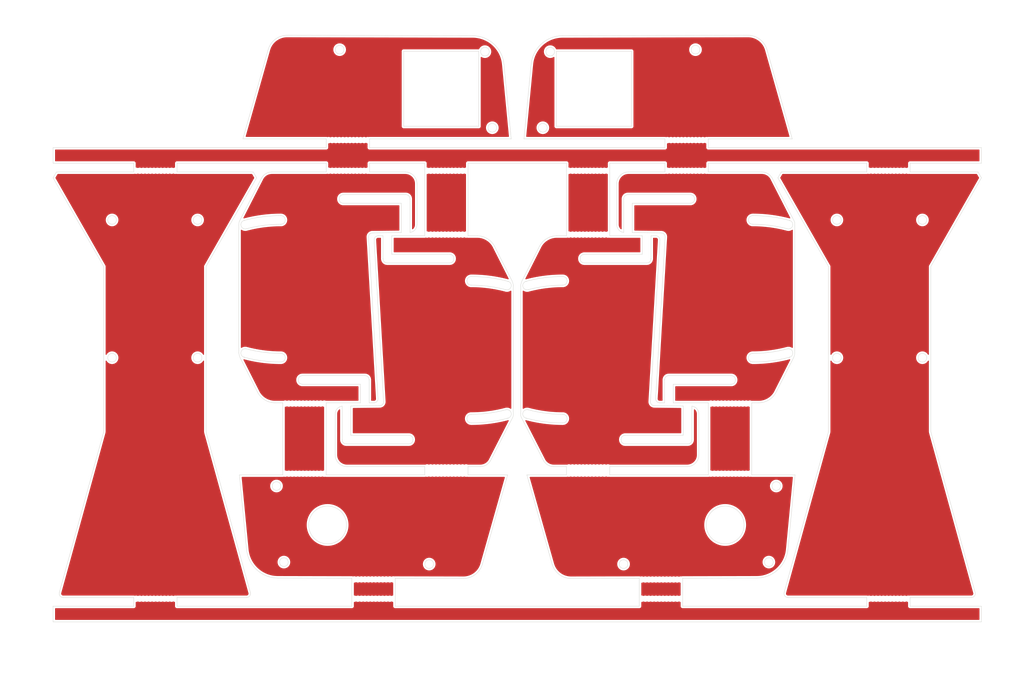
<source format=kicad_pcb>
(kicad_pcb (version 20211014) (generator pcbnew)
  (layers (0 "F.Cu" signal) (31 "B.Cu" signal) (34 "B.Paste" user) (35 "F.Paste" user) (36 "B.SilkS" user "B.Silkscreen") (37 "F.SilkS" user "F.Silkscreen") (38 "B.Mask" user) (39 "F.Mask" user) (44 "Edge.Cuts" user))
  (net 0 "")
  (footprint "e3w2q:mousebite" (layer "F.Cu") (at 31.308 110.321)
    (fp_text reference "mb4" hide)
    (fp_text value "mousebite" hide)
  )
  (footprint "e3w2q:mousebite" (layer "F.Cu") (at 37.822 6.479)
    (fp_text reference "mb23" hide)
    (fp_text value "mousebite" hide)
  )
  (footprint "e3w2q:mousebite" (layer "F.Cu") (at 48.843 83.439)
    (fp_text reference "mb13" hide)
    (fp_text value "mousebite" hide)
  )
  (footprint "e3w2q:mousebite" (layer "F.Cu") (at -97.054 115.199)
    (fp_text reference "mb8" hide)
    (fp_text value "mousebite" hide)
  )
  (footprint "e3w2q:mousebite" (layer "F.Cu") (at 89.049 6.479)
    (fp_text reference "mb21" hide)
    (fp_text value "mousebite" hide)
  )
  (footprint "e3w2q:mousebite" (layer "F.Cu") (at -48.179 6.479)
    (fp_text reference "mb29" hide)
    (fp_text value "mousebite" hide)
  )
  (footprint "e3w2q:mousebite" (layer "F.Cu") (at -59.201 83.439)
    (fp_text reference "mb15" hide)
    (fp_text value "mousebite" hide)
  )
  (footprint "e3w2q:mousebite" (layer "F.Cu") (at 12.821 22.694)
    (fp_text reference "mb17" hide)
    (fp_text value "mousebite" hide)
  )
  (footprint "e3w2q:mousebite" (layer "F.Cu") (at 37.821 -1.321)
    (fp_text reference "mb26" hide)
    (fp_text value "mousebite" hide)
  )
  (footprint "e3w2q:mousebite" (layer "F.Cu") (at -23.179 81.839)
    (fp_text reference "mb12" hide)
    (fp_text value "mousebite" hide)
  )
  (footprint "e3w2q:mousebite" (layer "F.Cu") (at -48.179 -1.321)
    (fp_text reference "mb30" hide)
    (fp_text value "mousebite" hide)
  )
  (footprint "e3w2q:mousebite" (layer "F.Cu") (at 48.843 65.622)
    (fp_text reference "mb14" hide)
    (fp_text value "mousebite" hide)
  )
  (footprint "e3w2q:mousebite" (layer "F.Cu") (at 12.821 83.439)
    (fp_text reference "mb9" hide)
    (fp_text value "mousebite" hide)
  )
  (footprint "e3w2q:mousebite" (layer "F.Cu") (at -23.179 22.694)
    (fp_text reference "mb19" hide)
    (fp_text value "mousebite" hide)
  )
  (footprint "e3w2q:mousebite" (layer "F.Cu") (at 12.821 81.839)
    (fp_text reference "mb10" hide)
    (fp_text value "mousebite" hide)
  )
  (footprint "e3w2q:mousebite" (layer "F.Cu") (at -23.179 6.479)
    (fp_text reference "mb20" hide)
    (fp_text value "mousebite" hide)
  )
  (footprint "e3w2q:mousebite" (layer "F.Cu") (at -97.054 6.479)
    (fp_text reference "mb27" hide)
    (fp_text value "mousebite" hide)
  )
  (footprint "e3w2q:mousebite" (layer "F.Cu") (at -41.666 110.296)
    (fp_text reference "mb2" hide)
    (fp_text value "mousebite" hide)
  )
  (footprint "e3w2q:mousebite" (layer "F.Cu") (at -59.201 65.622)
    (fp_text reference "mb16" hide)
    (fp_text value "mousebite" hide)
  )
  (footprint "e3w2q:mousebite" (layer "F.Cu") (at 12.821 6.479)
    (fp_text reference "mb18" hide)
    (fp_text value "mousebite" hide)
  )
  (footprint "e3w2q:mousebite" (layer "F.Cu") (at -41.666 115.199)
    (fp_text reference "mb1" hide)
    (fp_text value "mousebite" hide)
  )
  (footprint "e3w2q:mousebite" (layer "F.Cu") (at 89.049 115.199)
    (fp_text reference "mb6" hide)
    (fp_text value "mousebite" hide)
  )
  (footprint "e3w2q:mousebite" (layer "F.Cu") (at -23.179 83.439)
    (fp_text reference "mb11" hide)
    (fp_text value "mousebite" hide)
  )
  (footprint "e3w2q:mousebite" (layer "F.Cu") (at 31.308 115.199)
    (fp_text reference "mb3" hide)
    (fp_text value "mousebite" hide)
  )
  (gr_curve (pts (xy 36.556813 21.95835) (xy 37.127816 21.964486) (xy 37.577767 22.446735) (xy 37.544371 23.016791)) (layer "Edge.Cuts") (width 0.09))
  (gr_curve (pts (xy 28.241041 6.475961) (xy 26.583799 6.475961) (xy 25.240471 7.819742) (xy 25.241052 9.477006)) (layer "Edge.Cuts") (width 0.09))
  (gr_curve (pts (xy -31.878222 22.693145) (xy -31.878222 22.693145) (xy -31.878222 27.398543) (xy -31.878222 27.398543)) (layer "Edge.Cuts") (width 0.09))
  (gr_curve (pts (xy -69.062643 20.954647) (xy -68.963941 20.954647) (xy -68.868318 20.943924) (xy -68.777303 20.91955)) (layer "Edge.Cuts") (width 0.09))
  (gr_line (start -28.83008 -24.173931) (end -9.78008 -24.17392) (layer "Edge.Cuts") (width 0.09))
  (gr_curve (pts (xy 11.476151 -28.137365) (xy 7.361889 -28.127977) (xy 3.925579 -24.999486) (xy 3.531244 -20.90415)) (layer "Edge.Cuts") (width 0.09))
  (gr_circle (center 63.881244 105.599237) (end 64.981244 105.599237) (layer "Edge.Cuts") (width 0.09) (fill none))
  (gr_curve (pts (xy -117.850881 4.275966) (xy -117.850881 4.275966) (xy -97.375043 4.275966) (xy -97.375043 4.275966)) (layer "Edge.Cuts") (width 0.09))
  (gr_curve (pts (xy -60.033791 52.570881) (xy -60.023606 52.570601) (xy -60.014111 52.567866) (xy -60.003862 52.567866)) (layer "Edge.Cuts") (width 0.09))
  (gr_curve (pts (xy 2.215708 34.266927) (xy 2.215708 34.266927) (xy 2.215708 34.266927) (xy 2.215708 34.266927)) (layer "Edge.Cuts") (width 0.09))
  (gr_curve (pts (xy 30.986976 116.795821) (xy 30.986976 116.795821) (xy -30.987385 116.795821) (xy -30.987385 116.795821)) (layer "Edge.Cuts") (width 0.09))
  (gr_curve (pts (xy -1.51618 35.32742) (xy -1.51618 35.934942) (xy -2.008678 36.427418) (xy -2.616177 36.427418)) (layer "Edge.Cuts") (width 0.09))
  (gr_curve (pts (xy 37.39481 59.245264) (xy 37.39481 59.245264) (xy 37.39481 59.229546) (xy 37.39481 59.229546)) (layer "Edge.Cuts") (width 0.09))
  (gr_curve (pts (xy 2.217786 69.020221) (xy 2.217786 69.020221) (xy 2.217786 69.020221) (xy 2.217786 69.020221)) (layer "Edge.Cuts") (width 0.09))
  (gr_curve (pts (xy -86.375089 116.795821) (xy -86.375089 116.795821) (xy -86.375089 114.600175) (xy -86.375089 114.600175)) (layer "Edge.Cuts") (width 0.09))
  (gr_curve (pts (xy -60.001784 17.570207) (xy -63.207854 17.570207) (xy -66.314878 17.991542) (xy -69.274194 18.775969)) (layer "Edge.Cuts") (width 0.09))
  (gr_curve (pts (xy 69.068387 53.565609) (xy 69.080402 53.563262) (xy 69.091749 53.559515) (xy 69.103635 53.556781)) (layer "Edge.Cuts") (width 0.09))
  (gr_curve (pts (xy -69.311519 53.556781) (xy -69.3239 53.553487) (xy -69.336496 53.550752) (xy -69.348877 53.547436)) (layer "Edge.Cuts") (width 0.09))
  (gr_curve (pts (xy 70.538158 83.435971) (xy 70.538158 83.435971) (xy 59.521991 83.435971) (xy 59.521991 83.435971)) (layer "Edge.Cuts") (width 0.09))
  (gr_curve (pts (xy 67.751743 113.334211) (xy 67.576043 113.971015) (xy 68.055127 114.600175) (xy 68.715724 114.600175)) (layer "Edge.Cuts") (width 0.09))
  (gr_curve (pts (xy -2.404628 34.24874) (xy -2.392613 34.251087) (xy -2.381266 34.254833) (xy -2.36938 34.257568)) (layer "Edge.Cuts") (width 0.09))
  (gr_curve (pts (xy 11.560724 33.042992) (xy 8.354653 33.042992) (xy 5.247629 33.464327) (xy 2.288314 34.248754)) (layer "Edge.Cuts") (width 0.09))
  (gr_curve (pts (xy -44.461003 74.500362) (xy -44.461003 74.500362) (xy -44.461003 74.475062) (xy -44.461003 74.475062)) (layer "Edge.Cuts") (width 0.09))
  (gr_curve (pts (xy 70.472356 52.395725) (xy 70.472356 52.395725) (xy 70.472356 19.993073) (xy 70.472356 19.993073)) (layer "Edge.Cuts") (width 0.09))
  (gr_curve (pts (xy 69.81781 -1.924021) (xy 69.81781 -1.924021) (xy 63.401621 -24.605819) (xy 63.401621 -24.605819)) (layer "Edge.Cuts") (width 0.09))
  (gr_curve (pts (xy 69.954757 19.85465) (xy 69.954757 20.462171) (xy 69.462259 20.954647) (xy 68.854759 20.954647)) (layer "Edge.Cuts") (width 0.09))
  (gr_curve (pts (xy 9.267996 81.338381) (xy 9.267996 81.338381) (xy 12.499969 81.338381) (xy 12.499969 81.338381)) (layer "Edge.Cuts") (width 0.09))
  (gr_curve (pts (xy 0.884356 35.418639) (xy 0.884356 35.418639) (xy 0.884356 67.821291) (xy 0.884356 67.821291)) (layer "Edge.Cuts") (width 0.09))
  (gr_curve (pts (xy -86.375046 6.475961) (xy -86.375046 6.475961) (xy -86.375046 4.275966) (xy -86.375046 4.275966)) (layer "Edge.Cuts") (width 0.09))
  (gr_curve (pts (xy -2.901517 36.392321) (xy -5.69155 35.64661) (xy -8.622551 35.246119) (xy -11.647108 35.243471)) (layer "Edge.Cuts") (width 0.09))
  (gr_curve (pts (xy 59.521991 65.121197) (xy 59.521991 65.121197) (xy 61.297852 65.121197) (xy 61.297852 65.121197)) (layer "Edge.Cuts") (width 0.09))
  (gr_curve (pts (xy 62.088695 6.475961) (xy 62.088695 6.475961) (xy 48.49999 6.475961) (xy 48.49999 6.475961)) (layer "Edge.Cuts") (width 0.09))
  (gr_curve (pts (xy -11.677037 35.246486) (xy -12.284558 35.246486) (xy -12.777035 34.75401) (xy -12.777035 34.146489)) (layer "Edge.Cuts") (width 0.09))
  (gr_curve (pts (xy -17.152937 29.598538) (xy -17.152937 29.598538) (xy -33.00352 29.598538) (xy -33.00352 29.598538)) (layer "Edge.Cuts") (width 0.09))
  (gr_curve (pts (xy -55.602678 59.290524) (xy -55.602678 58.696977) (xy -55.121506 58.215805) (xy -54.527959 58.215805)) (layer "Edge.Cuts") (width 0.09))
  (gr_curve (pts (xy 2.499864 36.427432) (xy 2.598566 36.427432) (xy 2.694189 36.416709) (xy 2.785204 36.392335)) (layer "Edge.Cuts") (width 0.09))
  (gr_curve (pts (xy 37.39481 59.290524) (xy 37.39481 59.290524) (xy 37.39481 59.245264) (xy 37.39481 59.245264)) (layer "Edge.Cuts") (width 0.09))
  (gr_curve (pts (xy -41.987381 109.692163) (xy -41.987381 109.692163) (xy -41.987381 116.795821) (xy -41.987381 116.795821)) (layer "Edge.Cuts") (width 0.09))
  (gr_curve (pts (xy 70.472356 19.993073) (xy 70.472356 19.696601) (xy 70.475543 19.259914) (xy 70.332787 19.000068)) (layer "Edge.Cuts") (width 0.09))
  (gr_curve (pts (xy -68.779381 51.422027) (xy -68.779381 51.422027) (xy -68.779381 51.422027) (xy -68.779381 51.422027)) (layer "Edge.Cuts") (width 0.09))
  (gr_curve (pts (xy 2.215708 34.266927) (xy 1.746551 34.392608) (xy 1.399867 34.818637) (xy 1.399867 35.327435)) (layer "Edge.Cuts") (width 0.09))
  (gr_curve (pts (xy -78.95543 72.725987) (xy -78.988891 72.60472) (xy -79.005836 72.479512) (xy -79.005836 72.353723)) (layer "Edge.Cuts") (width 0.09))
  (gr_curve (pts (xy 115.295654 114.600175) (xy 115.956251 114.600175) (xy 116.435313 113.971015) (xy 116.259635 113.334211)) (layer "Edge.Cuts") (width 0.09))
  (gr_curve (pts (xy 2.787282 66.894813) (xy 5.577314 67.640525) (xy 8.508315 68.041017) (xy 11.532872 68.043666)) (layer "Edge.Cuts") (width 0.09))
  (gr_curve (pts (xy -55.602678 59.341102) (xy -55.602678 59.341102) (xy -55.602678 59.290524) (xy -55.602678 59.290524)) (layer "Edge.Cuts") (width 0.09))
  (gr_curve (pts (xy -12.777035 34.146489) (xy -12.777035 33.538989) (xy -12.284559 33.046491) (xy -11.677038 33.046491)) (layer "Edge.Cuts") (width 0.09))
  (gr_curve (pts (xy 23.500008 4.275966) (xy 23.500008 4.275966) (xy 37.499994 4.275966) (xy 37.499994 4.275966)) (layer "Edge.Cuts") (width 0.09))
  (gr_curve (pts (xy 68.569419 20.91955) (xy 65.779387 20.173838) (xy 62.848386 19.773346) (xy 59.823829 19.770697)) (layer "Edge.Cuts") (width 0.09))
  (gr_curve (pts (xy 43.11565 81.338381) (xy 44.772913 81.338381) (xy 46.11622 79.9946) (xy 46.115661 78.337337)) (layer "Edge.Cuts") (width 0.09))
  (gr_curve (pts (xy 17.0366 27.398543) (xy 17.0366 27.398543) (xy 31.761907 27.398543) (xy 31.761907 27.398543)) (layer "Edge.Cuts") (width 0.09))
  (gr_curve (pts (xy -69.348877 53.547436) (xy -69.348877 53.547436) (xy -69.348877 53.547436) (xy -69.348877 53.547436)) (layer "Edge.Cuts") (width 0.09))
  (gr_curve (pts (xy 11.532872 68.043666) (xy 11.543057 68.043386) (xy 11.552552 68.040651) (xy 11.562801 68.040651)) (layer "Edge.Cuts") (width 0.09))
  (gr_curve (pts (xy 13.674833 109.75678) (xy 13.674833 109.75678) (xy 30.986976 109.717269) (xy 30.986976 109.717269)) (layer "Edge.Cuts") (width 0.09))
  (gr_curve (pts (xy 48.49999 4.275966) (xy 48.49999 4.275966) (xy 88.727379 4.275966) (xy 88.727379 4.275966)) (layer "Edge.Cuts") (width 0.09))
  (gr_curve (pts (xy 41.986972 116.795821) (xy 41.986972 116.795821) (xy 41.986972 109.692163) (xy 41.986972 109.692163)) (layer "Edge.Cuts") (width 0.09))
  (gr_curve (pts (xy 78.955387 72.726073) (xy 78.955387 72.726073) (xy 67.751743 113.334211) (xy 67.751743 113.334211)) (layer "Edge.Cuts") (width 0.09))
  (gr_curve (pts (xy -34.078217 28.584797) (xy -34.078217 28.584797) (xy -34.078217 28.569079) (xy -34.078217 28.569079)) (layer "Edge.Cuts") (width 0.09))
  (gr_curve (pts (xy -26.461003 74.449784) (xy -26.461003 74.449784) (xy -26.461003 74.500341) (xy -26.461003 74.500341)) (layer "Edge.Cuts") (width 0.09))
  (gr_circle (center 81.149762 53.671375) (end 82.249762 53.671375) (layer "Edge.Cuts") (width 0.09) (fill none))
  (gr_curve (pts (xy 117.850838 0.275974) (xy 117.850838 0.275974) (xy 48.49999 0.275974) (xy 48.49999 0.275974)) (layer "Edge.Cuts") (width 0.09))
  (gr_curve (pts (xy -54.527981 60.4158) (xy -55.121528 60.4158) (xy -55.602678 59.934649) (xy -55.602678 59.341102)) (layer "Edge.Cuts") (width 0.09))
  (gr_curve (pts (xy -46.231954 78.337337) (xy -46.232514 79.9946) (xy -44.889207 81.338381) (xy -43.231943 81.338381)) (layer "Edge.Cuts") (width 0.09))
  (gr_curve (pts (xy -105.005585 72.353788) (xy -105.005585 72.479577) (xy -105.022552 72.604806) (xy -105.056012 72.726073)) (layer "Edge.Cuts") (width 0.09))
  (gr_curve (pts (xy -117.850881 116.795821) (xy -117.850881 116.795821) (xy -117.850881 120.795835) (xy -117.850881 120.795835)) (layer "Edge.Cuts") (width 0.09))
  (gr_curve (pts (xy 37.400947 59.229546) (xy 37.433159 58.664959) (xy 37.896847 58.215805) (xy 38.469508 58.215805)) (layer "Edge.Cuts") (width 0.09))
  (gr_curve (pts (xy 88.727379 4.275966) (xy 88.727379 4.275966) (xy 88.727379 6.475961) (xy 88.727379 6.475961)) (layer "Edge.Cuts") (width 0.09))
  (gr_curve (pts (xy -64.900044 7.985344) (xy -64.900044 7.985344) (xy -70.540655 19.000068) (xy -70.540655 19.000068)) (layer "Edge.Cuts") (width 0.09))
  (gr_curve (pts (xy -68.777303 20.91955) (xy -68.777303 20.91955) (xy -68.777303 20.91955) (xy -68.777303 20.91955)) (layer "Edge.Cuts") (width 0.09))
  (gr_curve (pts (xy -8.852517 106.117791) (xy -8.852517 106.117791) (xy -2.436285 83.435992) (xy -2.436285 83.435992)) (layer "Edge.Cuts") (width 0.09))
  (gr_curve (pts (xy -44.145152 12.239283) (xy -44.145152 12.239283) (xy -28.294569 12.239283) (xy -28.294569 12.239283)) (layer "Edge.Cuts") (width 0.09))
  (gr_curve (pts (xy 11.562801 70.244156) (xy 8.356731 70.244156) (xy 5.249707 69.822821) (xy 2.290392 69.038394)) (layer "Edge.Cuts") (width 0.09))
  (gr_curve (pts (xy 99.727375 6.475961) (xy 99.727375 6.475961) (xy 99.727375 4.275966) (xy 99.727375 4.275966)) (layer "Edge.Cuts") (width 0.09))
  (gr_curve (pts (xy -12.499991 22.693124) (xy -12.499991 22.693124) (xy -12.499991 4.275966) (xy -12.499991 4.275966)) (layer "Edge.Cuts") (width 0.09))
  (gr_curve (pts (xy -13.675134 109.75678) (xy -11.433626 109.761883) (xy -9.462644 108.274636) (xy -8.852517 106.117791)) (layer "Edge.Cuts") (width 0.09))
  (gr_circle (center -6.330931 -4.758627) (end -5.230931 -4.758627) (layer "Edge.Cuts") (width 0.09) (fill none))
  (gr_curve (pts (xy 1.399867 35.327435) (xy 1.399867 35.934956) (xy 1.892365 36.427432) (xy 2.499864 36.427432)) (layer "Edge.Cuts") (width 0.09))
  (gr_curve (pts (xy 60.77437 109.649293) (xy 64.890031 109.639884) (xy 68.327031 106.509347) (xy 68.719621 102.412461)) (layer "Edge.Cuts") (width 0.09))
  (gr_curve (pts (xy -70.540655 19.000068) (xy -70.683412 19.259914) (xy -70.680225 19.696601) (xy -70.680225 19.993073)) (layer "Edge.Cuts") (width 0.09))
  (gr_curve (pts (xy 48.49999 -1.924043) (xy 48.49999 -1.924043) (xy 69.81781 -1.924021) (xy 69.81781 -1.924021)) (layer "Edge.Cuts") (width 0.09))
  (gr_curve (pts (xy -65.84456 62.606062) (xy -64.953701 64.161609) (xy -63.29829 65.121197) (xy -61.50572 65.121197)) (layer "Edge.Cuts") (width 0.09))
  (gr_circle (center -61.120449 86.270574) (end -60.020449 86.270574) (layer "Edge.Cuts") (width 0.09) (fill none))
  (gr_curve (pts (xy -61.50572 65.121197) (xy -61.50572 65.121197) (xy -59.5224 65.121197) (xy -59.5224 65.121197)) (layer "Edge.Cuts") (width 0.09))
  (gr_curve (pts (xy -115.295676 114.600175) (xy -115.295676 114.600175) (xy -97.375086 114.600175) (xy -97.375086 114.600175)) (layer "Edge.Cuts") (width 0.09))
  (gr_curve (pts (xy 33.812342 64.797552) (xy 33.812342 64.797552) (xy 36.217729 23.751651) (xy 36.217729 23.751651)) (layer "Edge.Cuts") (width 0.09))
  (gr_curve (pts (xy -38.677376 58.215805) (xy -38.104715 58.215805) (xy -37.641027 58.664959) (xy -37.608816 59.229546)) (layer "Edge.Cuts") (width 0.09))
  (gr_curve (pts (xy 43.937284 14.439278) (xy 43.937284 14.439278) (xy 29.211998 14.439278) (xy 29.211998 14.439278)) (layer "Edge.Cuts") (width 0.09))
  (gr_curve (pts (xy 25.244648 19.858327) (xy 25.244648 20.883092) (xy 26.015962 21.728971) (xy 27.012003 21.844489)) (layer "Edge.Cuts") (width 0.09))
  (gr_line (start 28.993584 -5.123926) (end 28.993606 -24.173926) (layer "Edge.Cuts") (width 0.09))
  (gr_curve (pts (xy 0.884356 67.821291) (xy 0.884356 68.117763) (xy 0.881169 68.55445) (xy 1.023925 68.814297)) (layer "Edge.Cuts") (width 0.09))
  (gr_curve (pts (xy 2.255144 69.029566) (xy 2.242763 69.026272) (xy 2.230167 69.023537) (xy 2.217786 69.020221)) (layer "Edge.Cuts") (width 0.09))
  (gr_curve (pts (xy 59.7939 19.773712) (xy 59.186379 19.773712) (xy 58.693902 19.281235) (xy 58.693902 18.673714)) (layer "Edge.Cuts") (width 0.09))
  (gr_curve (pts (xy -2.334088 69.020207) (xy -2.334088 69.020207) (xy -2.334088 69.020207) (xy -2.334088 69.020207)) (layer "Edge.Cuts") (width 0.09))
  (gr_curve (pts (xy 2.785204 36.392335) (xy 2.785204 36.392335) (xy 2.785204 36.392335) (xy 2.785204 36.392335)) (layer "Edge.Cuts") (width 0.09))
  (gr_circle (center -48.146286 96.160861) (end -43.346286 96.160861) (layer "Edge.Cuts") (width 0.09) (fill none))
  (gr_curve (pts (xy -2.903585 66.894799) (xy -5.693616 67.640512) (xy -8.624617 68.041005) (xy -11.649174 68.043655)) (layer "Edge.Cuts") (width 0.09))
  (gr_curve (pts (xy -36.334044 23.751629) (xy -36.334044 23.751629) (xy -33.928635 64.797552) (xy -33.928635 64.797552)) (layer "Edge.Cuts") (width 0.09))
  (gr_curve (pts (xy 2.785204 36.392335) (xy 5.575236 35.646623) (xy 8.506237 35.246131) (xy 11.530794 35.243482)) (layer "Edge.Cuts") (width 0.09))
  (gr_curve (pts (xy 39.594805 60.4158) (xy 39.594805 60.4158) (xy 39.594805 65.121197) (xy 39.594805 65.121197)) (layer "Edge.Cuts") (width 0.09))
  (gr_curve (pts (xy 23.499965 81.338381) (xy 23.499965 81.338381) (xy 43.11565 81.338381) (xy 43.11565 81.338381)) (layer "Edge.Cuts") (width 0.09))
  (gr_curve (pts (xy 105.005541 72.353723) (xy 105.005541 72.353723) (xy 105.005541 30.484638) (xy 105.005541 30.484638)) (layer "Edge.Cuts") (width 0.09))
  (gr_curve (pts (xy 12.660721 34.146499) (xy 12.660721 33.539) (xy 12.168245 33.046502) (xy 11.560724 33.046502)) (layer "Edge.Cuts") (width 0.09))
  (gr_curve (pts (xy -1.540151 -1.924021) (xy -1.540151 -1.924021) (xy -3.36771 -20.904107) (xy -3.36771 -20.904107)) (layer "Edge.Cuts") (width 0.09))
  (gr_curve (pts (xy 68.569419 20.91955) (xy 68.569419 20.91955) (xy 68.569419 20.91955) (xy 68.569419 20.91955)) (layer "Edge.Cuts") (width 0.09))
  (gr_curve (pts (xy -17.152915 27.398543) (xy -16.559368 27.398543) (xy -16.078218 27.879694) (xy -16.078218 28.47324)) (layer "Edge.Cuts") (width 0.09))
  (gr_curve (pts (xy -59.5224 83.435971) (xy -59.5224 83.435971) (xy -70.538459 83.435971) (xy -70.538459 83.435971)) (layer "Edge.Cuts") (width 0.09))
  (gr_curve (pts (xy -3.36771 -20.904107) (xy -3.762044 -24.999465) (xy -7.198355 -28.127956) (xy -11.312617 -28.137344)) (layer "Edge.Cuts") (width 0.09))
  (gr_curve (pts (xy 5.720021 25.20828) (xy 5.720021 25.20828) (xy 1.227444 34.098629) (xy 1.227444 34.098629)) (layer "Edge.Cuts") (width 0.09))
  (gr_curve (pts (xy -79.005836 72.353723) (xy -79.005836 72.353723) (xy -79.005836 30.484638) (xy -79.005836 30.484638)) (layer "Edge.Cuts") (width 0.09))
  (gr_curve (pts (xy -11.679104 68.04064) (xy -12.286625 68.040641) (xy -12.779101 68.533117) (xy -12.779101 69.140638)) (layer "Edge.Cuts") (width 0.09))
  (gr_line (start -9.78008 -24.17392) (end -9.780091 -5.12392) (layer "Edge.Cuts") (width 0.09))
  (gr_curve (pts (xy 17.036622 29.598538) (xy 16.443075 29.598538) (xy 15.961903 29.117366) (xy 15.961903 28.523819)) (layer "Edge.Cuts") (width 0.09))
  (gr_curve (pts (xy -69.276272 53.565609) (xy -69.288286 53.563262) (xy -69.299634 53.559515) (xy -69.311519 53.556781)) (layer "Edge.Cuts") (width 0.09))
  (gr_curve (pts (xy -35.335763 22.693145) (xy -35.911029 22.693145) (xy -36.367698 23.177332) (xy -36.334044 23.751629)) (layer "Edge.Cuts") (width 0.09))
  (gr_curve (pts (xy 37.544371 23.016791) (xy 37.544371 23.016791) (xy 35.138983 64.062713) (xy 35.138983 64.062713)) (layer "Edge.Cuts") (width 0.09))
  (gr_curve (pts (xy -29.419867 14.439278) (xy -29.419867 14.439278) (xy -44.145152 14.439278) (xy -44.145152 14.439278)) (layer "Edge.Cuts") (width 0.09))
  (gr_curve (pts (xy -60.003862 54.767861) (xy -60.003862 54.767861) (xy -60.003862 54.771371) (xy -60.003862 54.771371)) (layer "Edge.Cuts") (width 0.09))
  (gr_curve (pts (xy 69.066309 18.775969) (xy 69.078324 18.778316) (xy 69.089672 18.782062) (xy 69.101557 18.784797)) (layer "Edge.Cuts") (width 0.09))
  (gr_curve (pts (xy -70.680225 52.395725) (xy -70.680225 52.744433) (xy -70.510446 53.413126) (xy -70.337136 53.715713)) (layer "Edge.Cuts") (width 0.09))
  (gr_circle (center 8.372587 -24.087324) (end 9.472587 -24.087324) (layer "Edge.Cuts") (width 0.09) (fill none))
  (gr_curve (pts (xy -37.752239 23.016791) (xy -37.785657 22.446735) (xy -37.335706 21.964486) (xy -36.764681 21.95835)) (layer "Edge.Cuts") (width 0.09))
  (gr_curve (pts (xy -48.49999 0.275974) (xy -48.49999 0.275974) (xy -117.850881 0.275974) (xy -117.850881 0.275974)) (layer "Edge.Cuts") (width 0.09))
  (gr_curve (pts (xy 105.005541 30.484638) (xy 105.005541 30.484638) (xy 117.850838 7.971542) (xy 117.850838 7.971542)) (layer "Edge.Cuts") (width 0.09))
  (gr_curve (pts (xy 117.850838 120.795835) (xy 117.850838 120.795835) (xy 117.850838 116.795821) (xy 117.850838 116.795821)) (layer "Edge.Cuts") (width 0.09))
  (gr_curve (pts (xy 37.499994 6.475961) (xy 37.499994 6.475961) (xy 28.241041 6.475961) (xy 28.241041 6.475961)) (layer "Edge.Cuts") (width 0.09))
  (gr_curve (pts (xy -58.903864 53.667864) (xy -58.903864 54.275363) (xy -59.396341 54.767861) (xy -60.003862 54.767861)) (layer "Edge.Cuts") (width 0.09))
  (gr_curve (pts (xy 3.531244 -20.90415) (xy 3.531244 -20.90415) (xy 1.703643 -1.924064) (xy 1.703643 -1.924064)) (layer "Edge.Cuts") (width 0.09))
  (gr_curve (pts (xy 11.562801 70.240646) (xy 11.562801 70.240646) (xy 11.562801 70.244156) (xy 11.562801 70.244156)) (layer "Edge.Cuts") (width 0.09))
  (gr_curve (pts (xy -79.005836 30.484638) (xy -79.005836 30.484638) (xy -66.16054 7.971542) (xy -66.16054 7.971542)) (layer "Edge.Cuts") (width 0.09))
  (gr_curve (pts (xy 2.501942 66.859716) (xy 2.600644 66.859716) (xy 2.696267 66.870438) (xy 2.787282 66.894813)) (layer "Edge.Cuts") (width 0.09))
  (gr_curve (pts (xy -10.175176 22.693124) (xy -10.175176 22.693124) (xy -12.499991 22.693124) (xy -12.499991 22.693124)) (layer "Edge.Cuts") (width 0.09))
  (gr_curve (pts (xy -42.261008 65.9348) (xy -42.261008 65.9348) (xy -42.261008 73.375065) (xy -42.261008 73.375065)) (layer "Edge.Cuts") (width 0.09))
  (gr_curve (pts (xy 45.012003 13.364559) (xy 45.012003 13.958127) (xy 44.530831 14.439278) (xy 43.937284 14.439278)) (layer "Edge.Cuts") (width 0.09))
  (gr_curve (pts (xy -2.616177 36.427418) (xy -2.714879 36.427418) (xy -2.810502 36.416695) (xy -2.901517 36.392321)) (layer "Edge.Cuts") (width 0.09))
  (gr_curve (pts (xy -86.375089 114.600175) (xy -86.375089 114.600175) (xy -68.715745 114.600175) (xy -68.715745 114.600175)) (layer "Edge.Cuts") (width 0.09))
  (gr_curve (pts (xy -44.461003 74.449784) (xy -44.461003 74.449784) (xy -44.461003 65.969854) (xy -44.461003 65.969854)) (layer "Edge.Cuts") (width 0.09))
  (gr_circle (center 52.785229 96.160861) (end 57.585229 96.160861) (layer "Edge.Cuts") (width 0.09) (fill none))
  (gr_curve (pts (xy -12.499991 4.275966) (xy -12.499991 4.275966) (xy 12.499991 4.275966) (xy 12.499991 4.275966)) (layer "Edge.Cuts") (width 0.09))
  (gr_curve (pts (xy -70.337136 53.715713) (xy -70.337136 53.715713) (xy -65.84456 62.606062) (xy -65.84456 62.606062)) (layer "Edge.Cuts") (width 0.09))
  (gr_curve (pts (xy -28.448931 6.475961) (xy -28.448931 6.475961) (xy -37.499994 6.475961) (xy -37.499994 6.475961)) (layer "Edge.Cuts") (width 0.09))
  (gr_curve (pts (xy -69.654319 -1.924107) (xy -69.654319 -1.924107) (xy -48.49999 -1.924086) (xy -48.49999 -1.924086)) (layer "Edge.Cuts") (width 0.09))
  (gr_curve (pts (xy 44.344709 74.449784) (xy 44.344709 74.449784) (xy 44.344709 74.475062) (xy 44.344709 74.475062)) (layer "Edge.Cuts") (width 0.09))
  (gr_curve (pts (xy -70.162641 19.85465) (xy -70.162641 20.462171) (xy -69.670143 20.954647) (xy -69.062643 20.954647)) (layer "Edge.Cuts") (width 0.09))
  (gr_curve (pts (xy 32.887204 29.598538) (xy 32.887204 29.598538) (xy 17.036622 29.598538) (xy 17.036622 29.598538)) (layer "Edge.Cuts") (width 0.09))
  (gr_curve (pts (xy -44.145152 14.439278) (xy -44.738699 14.439278) (xy -45.219871 13.958127) (xy -45.219871 13.364559)) (layer "Edge.Cuts") (width 0.09))
  (gr_curve (pts (xy -48.522404 83.435971) (xy -48.522404 83.435971) (xy -48.522404 65.121197) (xy -48.522404 65.121197)) (layer "Edge.Cuts") (width 0.09))
  (gr_curve (pts (xy -68.777303 20.91955) (xy -65.987271 20.173838) (xy -63.05627 19.773346) (xy -60.031713 19.770697)) (layer "Edge.Cuts") (width 0.09))
  (gr_curve (pts (xy 37.39481 59.229546) (xy 37.39481 59.229546) (xy 37.400947 59.229546) (xy 37.400947 59.229546)) (layer "Edge.Cuts") (width 0.09))
  (gr_curve (pts (xy -11.312617 -28.137344) (xy -11.312617 -28.137344) (xy -58.41547 -28.244874) (xy -58.41547 -28.244874)) (layer "Edge.Cuts") (width 0.09))
  (gr_curve (pts (xy 59.521991 83.435971) (xy 59.521991 83.435971) (xy 59.521991 65.121197) (xy 59.521991 65.121197)) (layer "Edge.Cuts") (width 0.09))
  (gr_circle (center 81.149762 18.671375) (end 82.249762 18.671375) (layer "Edge.Cuts") (width 0.09) (fill none))
  (gr_curve (pts (xy -26.461003 74.500341) (xy -26.461003 75.093887) (xy -26.942175 75.57506) (xy -27.535722 75.57506)) (layer "Edge.Cuts") (width 0.09))
  (gr_curve (pts (xy 26.34471 74.500341) (xy 26.34471 74.500341) (xy 26.34471 74.449784) (xy 26.34471 74.449784)) (layer "Edge.Cuts") (width 0.09))
  (gr_curve (pts (xy -37.608816 59.229546) (xy -37.608816 59.229546) (xy -37.602679 59.229546) (xy -37.602679 59.229546)) (layer "Edge.Cuts") (width 0.09))
  (gr_circle (center -81.149595 18.671375) (end -80.049595 18.671375) (layer "Edge.Cuts") (width 0.09) (fill none))
  (gr_curve (pts (xy 68.854759 20.954647) (xy 68.756057 20.954647) (xy 68.660434 20.943924) (xy 68.569419 20.91955)) (layer "Edge.Cuts") (width 0.09))
  (gr_curve (pts (xy -23.50003 81.33836) (xy -23.50003 81.33836) (xy -23.50003 83.435992) (xy -23.50003 83.435992)) (layer "Edge.Cuts") (width 0.09))
  (gr_curve (pts (xy -1.343759 34.098608) (xy -1.343759 34.098608) (xy -5.836336 25.208259) (xy -5.836336 25.208259)) (layer "Edge.Cuts") (width 0.09))
  (gr_curve (pts (xy -69.348877 53.547436) (xy -69.818034 53.421755) (xy -70.164719 52.995726) (xy -70.164719 52.486928)) (layer "Edge.Cuts") (width 0.09))
  (gr_curve (pts (xy -12.500012 81.33836) (xy -12.500012 81.33836) (xy -9.384289 81.33836) (xy -9.384289 81.33836)) (layer "Edge.Cuts") (width 0.09))
  (gr_curve (pts (xy 105.055948 72.725987) (xy 105.022509 72.60472) (xy 105.005541 72.479512) (xy 105.005541 72.353723)) (layer "Edge.Cuts") (width 0.09))
  (gr_circle (center 102.8618 53.671375) (end 103.9618 53.671375) (layer "Edge.Cuts") (width 0.09) (fill none))
  (gr_curve (pts (xy 116.982287 6.475961) (xy 116.982287 6.475961) (xy 99.727375 6.475961) (xy 99.727375 6.475961)) (layer "Edge.Cuts") (width 0.09))
  (gr_curve (pts (xy 68.571497 51.422027) (xy 65.781465 52.16774) (xy 62.850464 52.568232) (xy 59.825907 52.570881)) (layer "Edge.Cuts") (width 0.09))
  (gr_curve (pts (xy 33.961902 22.693145) (xy 33.961902 22.693145) (xy 33.961902 28.47324) (xy 33.961902 28.47324)) (layer "Edge.Cuts") (width 0.09))
  (gr_curve (pts (xy -60.003862 54.771371) (xy -63.209932 54.771371) (xy -66.316956 54.350036) (xy -69.276272 53.565609)) (layer "Edge.Cuts") (width 0.09))
  (gr_curve (pts (xy 29.211998 21.879543) (xy 29.211998 21.879543) (xy 36.556813 21.95835) (xy 36.556813 21.95835)) (layer "Edge.Cuts") (width 0.09))
  (gr_curve (pts (xy 58.579004 -28.244831) (xy 58.579004 -28.244831) (xy 11.476151 -28.137365) (xy 11.476151 -28.137365)) (layer "Edge.Cuts") (width 0.09))
  (gr_curve (pts (xy -68.715745 114.600175) (xy -68.055148 114.600175) (xy -67.576065 113.971015) (xy -67.751765 113.334211)) (layer "Edge.Cuts") (width 0.09))
  (gr_curve (pts (xy -34.078217 28.523819) (xy -34.078217 28.523819) (xy -34.078217 28.47324) (xy -34.078217 28.47324)) (layer "Edge.Cuts") (width 0.09))
  (gr_curve (pts (xy 59.823829 19.770697) (xy 59.813644 19.770977) (xy 59.804149 19.773712) (xy 59.7939 19.773712)) (layer "Edge.Cuts") (width 0.09))
  (gr_line (start -9.780091 -5.12392) (end -28.830091 -5.123931) (layer "Edge.Cuts") (width 0.09))
  (gr_curve (pts (xy -1.000671 35.418618) (xy -1.000671 35.069909) (xy -1.17045 34.401216) (xy -1.343759 34.098608)) (layer "Edge.Cuts") (width 0.09))
  (gr_curve (pts (xy -9.384289 81.33836) (xy -8.308623 81.33836) (xy -7.315294 80.762469) (xy -6.780831 79.828999)) (layer "Edge.Cuts") (width 0.09))
  (gr_curve (pts (xy -11.679103 70.240635) (xy -11.679103 70.240635) (xy -11.679103 70.244145) (xy -11.679103 70.244145)) (layer "Edge.Cuts") (width 0.09))
  (gr_curve (pts (xy 88.727379 6.475961) (xy 88.727379 6.475961) (xy 67.02907 6.475961) (xy 67.02907 6.475961)) (layer "Edge.Cuts") (width 0.09))
  (gr_curve (pts (xy 54.320091 58.215805) (xy 54.913638 58.215805) (xy 55.39481 58.696977) (xy 55.39481 59.290524)) (layer "Edge.Cuts") (width 0.09))
  (gr_curve (pts (xy 69.103635 53.556781) (xy 69.116016 53.553487) (xy 69.128612 53.550752) (xy 69.140993 53.547436)) (layer "Edge.Cuts") (width 0.09))
  (gr_line (start 28.993606 -24.173926) (end 9.943606 -24.173949) (layer "Edge.Cuts") (width 0.09))
  (gr_curve (pts (xy -11.677038 33.046491) (xy -11.677038 33.046491) (xy -11.677038 33.042981) (xy -11.677038 33.042981)) (layer "Edge.Cuts") (width 0.09))
  (gr_curve (pts (xy 88.727336 116.795821) (xy 88.727336 116.795821) (xy 41.986972 116.795821) (xy 41.986972 116.795821)) (layer "Edge.Cuts") (width 0.09))
  (gr_curve (pts (xy 2.290392 69.038394) (xy 2.278377 69.036047) (xy 2.26703 69.0323) (xy 2.255144 69.029566)) (layer "Edge.Cuts") (width 0.09))
  (gr_curve (pts (xy -97.375086 114.600175) (xy -97.375086 114.600175) (xy -97.375086 116.795821) (xy -97.375086 116.795821)) (layer "Edge.Cuts") (width 0.09))
  (gr_curve (pts (xy 1.023925 68.814297) (xy 1.023925 68.814297) (xy 6.664537 79.828999) (xy 6.664537 79.828999)) (layer "Edge.Cuts") (width 0.09))
  (gr_curve (pts (xy -62.296585 6.475961) (xy -63.37223 6.475961) (xy -64.36558 7.051852) (xy -64.900044 7.985344)) (layer "Edge.Cuts") (width 0.09))
  (gr_curve (pts (xy 33.961902 28.47324) (xy 33.961902 28.47324) (xy 33.961902 28.523819) (xy 33.961902 28.523819)) (layer "Edge.Cuts") (width 0.09))
  (gr_curve (pts (xy -44.461003 74.475062) (xy -44.461003 74.475062) (xy -44.461003 74.449784) (xy -44.461003 74.449784)) (layer "Edge.Cuts") (width 0.09))
  (gr_curve (pts (xy -59.5224 65.121197) (xy -59.5224 65.121197) (xy -59.5224 83.435971) (xy -59.5224 83.435971)) (layer "Edge.Cuts") (width 0.09))
  (gr_curve (pts (xy 46.112065 67.956016) (xy 46.112065 66.93125) (xy 45.340751 66.085372) (xy 44.344709 65.969854)) (layer "Edge.Cuts") (width 0.09))
  (gr_curve (pts (xy 42.144714 65.9348) (xy 42.144714 65.9348) (xy 34.7999 65.855993) (xy 34.7999 65.855993)) (layer "Edge.Cuts") (width 0.09))
  (gr_circle (center 6.494423 -4.758662) (end 7.594423 -4.758662) (layer "Edge.Cuts") (width 0.09) (fill none))
  (gr_curve (pts (xy -48.49999 4.275966) (xy -48.49999 4.275966) (xy -48.49999 6.475961) (xy -48.49999 6.475961)) (layer "Edge.Cuts") (width 0.09))
  (gr_curve (pts (xy 11.560724 33.046502) (xy 11.560724 33.046502) (xy 11.560724 33.042992) (xy 11.560724 33.042992)) (layer "Edge.Cuts") (width 0.09))
  (gr_curve (pts (xy 37.39481 59.341102) (xy 37.39481 59.341102) (xy 37.39481 59.290524) (xy 37.39481 59.290524)) (layer "Edge.Cuts") (width 0.09))
  (gr_curve (pts (xy -1.518247 67.959699) (xy -1.518247 67.352178) (xy -2.010745 66.859701) (xy -2.618244 66.859702)) (layer "Edge.Cuts") (width 0.09))
  (gr_curve (pts (xy 33.955765 28.584797) (xy 33.923554 29.149384) (xy 33.459865 29.598538) (xy 32.887204 29.598538)) (layer "Edge.Cuts") (width 0.09))
  (gr_curve (pts (xy 43.270012 75.57506) (xy 43.270012 75.57506) (xy 27.419429 75.57506) (xy 27.419429 75.57506)) (layer "Edge.Cuts") (width 0.09))
  (gr_curve (pts (xy 28.086701 12.239283) (xy 28.086701 12.239283) (xy 43.937284 12.239283) (xy 43.937284 12.239283)) (layer "Edge.Cuts") (width 0.09))
  (gr_curve (pts (xy 8.852216 106.117791) (xy 9.462342 108.274636) (xy 11.433346 109.761883) (xy 13.674833 109.75678)) (layer "Edge.Cuts") (width 0.09))
  (gr_curve (pts (xy -44.461003 65.969854) (xy -45.457044 66.085372) (xy -46.228358 66.93125) (xy -46.228358 67.956016)) (layer "Edge.Cuts") (width 0.09))
  (gr_curve (pts (xy -116.98233 6.475961) (xy -117.367793 7.139702) (xy -117.465418 7.307823) (xy -117.850881 7.971542)) (layer "Edge.Cuts") (width 0.09))
  (gr_curve (pts (xy 79.005793 30.484638) (xy 79.005793 30.484638) (xy 79.005793 72.353788) (xy 79.005793 72.353788)) (layer "Edge.Cuts") (width 0.09))
  (gr_curve (pts (xy 69.138915 18.794142) (xy 69.608072 18.919823) (xy 69.954757 19.345852) (xy 69.954757 19.85465)) (layer "Edge.Cuts") (width 0.09))
  (gr_curve (pts (xy -39.802674 60.4158) (xy -39.802674 60.4158) (xy -54.527981 60.4158) (xy -54.527981 60.4158)) (layer "Edge.Cuts") (width 0.09))
  (gr_curve (pts (xy -27.535722 73.375065) (xy -26.942175 73.375065) (xy -26.461003 73.856237) (xy -26.461003 74.449784)) (layer "Edge.Cuts") (width 0.09))
  (gr_curve (pts (xy 37.499994 4.275966) (xy 37.499994 4.275966) (xy 37.499994 6.475961) (xy 37.499994 6.475961)) (layer "Edge.Cuts") (width 0.09))
  (gr_curve (pts (xy -36.345133 65.121197) (xy -35.769845 65.121197) (xy -35.313198 64.637011) (xy -35.346852 64.062713)) (layer "Edge.Cuts") (width 0.09))
  (gr_curve (pts (xy 1.401945 67.959713) (xy 1.401945 67.352192) (xy 1.894442 66.859716) (xy 2.501942 66.859716)) (layer "Edge.Cuts") (width 0.09))
  (gr_curve (pts (xy 59.825907 52.570881) (xy 59.815722 52.570601) (xy 59.806227 52.567866) (xy 59.795977 52.567866)) (layer "Edge.Cuts") (width 0.09))
  (gr_curve (pts (xy -37.602679 59.229546) (xy -37.602679 59.229546) (xy -37.602679 59.245264) (xy -37.602679 59.245264)) (layer "Edge.Cuts") (width 0.09))
  (gr_curve (pts (xy 31.761907 22.693145) (xy 31.761907 22.693145) (xy 23.500008 22.693145) (xy 23.500008 22.693145)) (layer "Edge.Cuts") (width 0.09))
  (gr_curve (pts (xy 26.34471 74.449784) (xy 26.34471 73.856237) (xy 26.825882 73.375065) (xy 27.419429 73.375065)) (layer "Edge.Cuts") (width 0.09))
  (gr_line (start -28.830091 -5.123931) (end -28.83008 -24.173931) (layer "Edge.Cuts") (width 0.09))
  (gr_curve (pts (xy -37.602679 59.245264) (xy -37.602679 59.245264) (xy -37.602679 59.290524) (xy -37.602679 59.290524)) (layer "Edge.Cuts") (width 0.09))
  (gr_curve (pts (xy 44.344709 74.475062) (xy 44.344709 74.475062) (xy 44.344709 74.500362) (xy 44.344709 74.500362)) (layer "Edge.Cuts") (width 0.09))
  (gr_curve (pts (xy -25.452516 19.858327) (xy -25.452516 19.858327) (xy -25.44892 9.477006) (xy -25.44892 9.477006)) (layer "Edge.Cuts") (width 0.09))
  (gr_curve (pts (xy -63.238087 -24.605884) (xy -63.238087 -24.605884) (xy -69.654319 -1.924107) (xy -69.654319 -1.924107)) (layer "Edge.Cuts") (width 0.09))
  (gr_curve (pts (xy -60.003862 52.567866) (xy -59.396341 52.567866) (xy -58.903864 53.060343) (xy -58.903864 53.667864)) (layer "Edge.Cuts") (width 0.09))
  (gr_line (start 9.943606 -24.173949) (end 9.943584 -5.123949) (layer "Edge.Cuts") (width 0.09))
  (gr_curve (pts (xy 39.594805 65.121197) (xy 39.594805 65.121197) (xy 48.521995 65.121197) (xy 48.521995 65.121197)) (layer "Edge.Cuts") (width 0.09))
  (gr_curve (pts (xy -58.901786 18.673714) (xy -58.901786 18.066215) (xy -59.394263 17.573717) (xy -60.001784 17.573717)) (layer "Edge.Cuts") (width 0.09))
  (gr_curve (pts (xy 12.662799 69.140649) (xy 12.662799 69.748148) (xy 12.170323 70.240646) (xy 11.562801 70.240646)) (layer "Edge.Cuts") (width 0.09))
  (gr_curve (pts (xy -45.219871 13.314002) (xy -45.219871 12.720455) (xy -44.738699 12.239283) (xy -44.145152 12.239283)) (layer "Edge.Cuts") (width 0.09))
  (gr_curve (pts (xy 54.320112 60.4158) (xy 54.320112 60.4158) (xy 39.594805 60.4158) (xy 39.594805 60.4158)) (layer "Edge.Cuts") (width 0.09))
  (gr_curve (pts (xy 59.795977 52.567866) (xy 59.188456 52.567866) (xy 58.69598 53.060343) (xy 58.69598 53.667864)) (layer "Edge.Cuts") (width 0.09))
  (gr_curve (pts (xy -11.649174 68.043655) (xy -11.659359 68.043375) (xy -11.668854 68.04064) (xy -11.679104 68.04064)) (layer "Edge.Cuts") (width 0.09))
  (gr_curve (pts (xy 31.761907 27.398543) (xy 31.761907 27.398543) (xy 31.761907 22.693145) (xy 31.761907 22.693145)) (layer "Edge.Cuts") (width 0.09))
  (gr_curve (pts (xy -34.916193 65.855993) (xy -34.916193 65.855993) (xy -42.261008 65.9348) (xy -42.261008 65.9348)) (layer "Edge.Cuts") (width 0.09))
  (gr_curve (pts (xy 99.727375 4.275966) (xy 99.727375 4.275966) (xy 117.850838 4.275966) (xy 117.850838 4.275966)) (layer "Edge.Cuts") (width 0.09))
  (gr_curve (pts (xy -33.00352 29.598538) (xy -33.576181 29.598538) (xy -34.039869 29.149384) (xy -34.07208 28.584797)) (layer "Edge.Cuts") (width 0.09))
  (gr_circle (center -81.149595 53.671375) (end -80.049595 53.671375) (layer "Edge.Cuts") (width 0.09) (fill none))
  (gr_curve (pts (xy 27.419429 75.57506) (xy 26.825882 75.57506) (xy 26.34471 75.093887) (xy 26.34471 74.500341)) (layer "Edge.Cuts") (width 0.09))
  (gr_curve (pts (xy -5.836336 25.208259) (xy -6.727195 23.652734) (xy -8.382606 22.693124) (xy -10.175176 22.693124)) (layer "Edge.Cuts") (width 0.09))
  (gr_curve (pts (xy 99.727332 116.795821) (xy 99.727332 116.795821) (xy 99.727332 114.600175) (xy 99.727332 114.600175)) (layer "Edge.Cuts") (width 0.09))
  (gr_curve (pts (xy -37.499994 6.475961) (xy -37.499994 6.475961) (xy -37.499994 4.275966) (xy -37.499994 4.275966)) (layer "Edge.Cuts") (width 0.09))
  (gr_curve (pts (xy -117.850881 7.971542) (xy -117.850881 7.971542) (xy -105.005585 30.484638) (xy -105.005585 30.484638)) (layer "Edge.Cuts") (width 0.09))
  (gr_curve (pts (xy 27.012003 13.313981) (xy 27.012003 12.720455) (xy 27.493154 12.239283) (xy 28.086701 12.239283)) (layer "Edge.Cuts") (width 0.09))
  (gr_curve (pts (xy 1.703643 -1.924064) (xy 1.703643 -1.924064) (xy 37.499994 -1.924043) (xy 37.499994 -1.924043)) (layer "Edge.Cuts") (width 0.09))
  (gr_curve (pts (xy -45.219871 13.364559) (xy -45.219871 13.364559) (xy -45.219871 13.314002) (xy -45.219871 13.314002)) (layer "Edge.Cuts") (width 0.09))
  (gr_curve (pts (xy -117.850881 0.275974) (xy -117.850881 0.275974) (xy -117.850881 4.275966) (xy -117.850881 4.275966)) (layer "Edge.Cuts") (width 0.09))
  (gr_curve (pts (xy 12.499991 22.693145) (xy 12.499991 22.693145) (xy 10.058861 22.693145) (xy 10.058861 22.693145)) (layer "Edge.Cuts") (width 0.09))
  (gr_curve (pts (xy 48.521995 65.121197) (xy 48.521995 65.121197) (xy 48.521995 83.435971) (xy 48.521995 83.435971)) (layer "Edge.Cuts") (width 0.09))
  (gr_curve (pts (xy 36.137264 65.121197) (xy 36.137264 65.121197) (xy 37.39481 65.121197) (xy 37.39481 65.121197)) (layer "Edge.Cuts") (width 0.09))
  (gr_curve (pts (xy 27.012003 13.364559) (xy 27.012003 13.364559) (xy 27.012003 13.339281) (xy 27.012003 13.339281)) (layer "Edge.Cuts") (width 0.09))
  (gr_curve (pts (xy -2.334088 69.020207) (xy -1.864931 68.894525) (xy -1.518246 68.468496) (xy -1.518247 67.959699)) (layer "Edge.Cuts") (width 0.09))
  (gr_curve (pts (xy -37.602679 65.121197) (xy -37.602679 65.121197) (xy -36.345133 65.121197) (xy -36.345133 65.121197)) (layer "Edge.Cuts") (width 0.09))
  (gr_curve (pts (xy 33.961902 28.523819) (xy 33.961902 28.523819) (xy 33.961902 28.569079) (xy 33.961902 28.569079)) (layer "Edge.Cuts") (width 0.09))
  (gr_curve (pts (xy -43.386305 75.57506) (xy -43.979831 75.57506) (xy -44.461003 75.093909) (xy -44.461003 74.500362)) (layer "Edge.Cuts") (width 0.09))
  (gr_curve (pts (xy -54.527959 58.215805) (xy -54.527959 58.215805) (xy -38.677376 58.215805) (xy -38.677376 58.215805)) (layer "Edge.Cuts") (width 0.09))
  (gr_curve (pts (xy 36.217729 23.751651) (xy 36.251383 23.177354) (xy 35.794736 22.693145) (xy 35.219448 22.693145)) (layer "Edge.Cuts") (width 0.09))
  (gr_curve (pts (xy -34.078217 22.693145) (xy -34.078217 22.693145) (xy -35.335763 22.693145) (xy -35.335763 22.693145)) (layer "Edge.Cuts") (width 0.09))
  (gr_curve (pts (xy -69.274194 18.775969) (xy -69.286209 18.778316) (xy -69.297556 18.782062) (xy -69.309441 18.784797)) (layer "Edge.Cuts") (width 0.09))
  (gr_curve (pts (xy -2.901517 36.392321) (xy -2.901517 36.392321) (xy -2.901517 36.392321) (xy -2.901517 36.392321)) (layer "Edge.Cuts") (width 0.09))
  (gr_curve (pts (xy -68.779381 51.422027) (xy -65.989349 52.16774) (xy -63.058348 52.568232) (xy -60.033791 52.570881)) (layer "Edge.Cuts") (width 0.09))
  (gr_curve (pts (xy 116.259635 113.334211) (xy 116.259635 113.334211) (xy 105.055948 72.725987) (xy 105.055948 72.725987)) (layer "Edge.Cuts") (width 0.09))
  (gr_curve (pts (xy -67.029113 6.475961) (xy -67.029113 6.475961) (xy -86.375046 6.475961) (xy -86.375046 6.475961)) (layer "Edge.Cuts") (width 0.09))
  (gr_curve (pts (xy 64.692175 7.985344) (xy 64.15769 7.051852) (xy 63.164362 6.475961) (xy 62.088695 6.475961)) (layer "Edge.Cuts") (width 0.09))
  (gr_curve (pts (xy -97.375043 4.275966) (xy -97.375043 4.275966) (xy -97.375043 6.475961) (xy -97.375043 6.475961)) (layer "Edge.Cuts") (width 0.09))
  (gr_curve (pts (xy 67.02907 6.475961) (xy 66.643607 7.139702) (xy 66.54596 7.307823) (xy 66.160497 7.971542)) (layer "Edge.Cuts") (width 0.09))
  (gr_curve (pts (xy 2.436005 83.435992) (xy 2.436005 83.435992) (xy 8.852216 106.117791) (xy 8.852216 106.117791)) (layer "Edge.Cuts") (width 0.09))
  (gr_curve (pts (xy -1.00065 67.821269) (xy -1.00065 67.821269) (xy -1.000671 35.418618) (xy -1.000671 35.418618)) (layer "Edge.Cuts") (width 0.09))
  (gr_curve (pts (xy -37.602679 59.341102) (xy -37.602679 59.341102) (xy -37.602679 65.121197) (xy -37.602679 65.121197)) (layer "Edge.Cuts") (width 0.09))
  (gr_curve (pts (xy 88.727336 114.600175) (xy 88.727336 114.600175) (xy 88.727336 116.795821) (xy 88.727336 116.795821)) (layer "Edge.Cuts") (width 0.09))
  (gr_curve (pts (xy 12.499969 81.338381) (xy 12.499969 81.338381) (xy 12.499969 83.435992) (xy 12.499969 83.435992)) (layer "Edge.Cuts") (width 0.09))
  (gr_curve (pts (xy -69.346799 18.794142) (xy -69.346799 18.794142) (xy -69.346799 18.794142) (xy -69.346799 18.794142)) (layer "Edge.Cuts") (width 0.09))
  (gr_curve (pts (xy 99.727332 114.600175) (xy 99.727332 114.600175) (xy 115.295654 114.600175) (xy 115.295654 114.600175)) (layer "Edge.Cuts") (width 0.09))
  (gr_circle (center -45.088375 -24.592823) (end -43.988375 -24.592823) (layer "Edge.Cuts") (width 0.09) (fill none))
  (gr_curve (pts (xy -60.031713 19.770697) (xy -60.021529 19.770977) (xy -60.012033 19.773712) (xy -60.001784 19.773712)) (layer "Edge.Cuts") (width 0.09))
  (gr_curve (pts (xy -68.719923 102.412461) (xy -68.327311 106.509347) (xy -64.890333 109.639884) (xy -60.774671 109.649293)) (layer "Edge.Cuts") (width 0.09))
  (gr_curve (pts (xy 11.560724 35.246497) (xy 12.168245 35.246497) (xy 12.660721 34.75402) (xy 12.660721 34.146499)) (layer "Edge.Cuts") (width 0.09))
  (gr_curve (pts (xy 63.401621 -24.605819) (xy 62.791495 -26.762686) (xy 60.820491 -28.249934) (xy 58.579004 -28.244831)) (layer "Edge.Cuts") (width 0.09))
  (gr_curve (pts (xy 37.499994 -1.924043) (xy 37.499994 -1.924043) (xy 37.499994 0.275974) (xy 37.499994 0.275974)) (layer "Edge.Cuts") (width 0.09))
  (gr_curve (pts (xy -23.499987 22.693145) (xy -23.499987 22.693145) (xy -31.878222 22.693145) (xy -31.878222 22.693145)) (layer "Edge.Cuts") (width 0.09))
  (gr_curve (pts (xy -69.309441 18.784797) (xy -69.321822 18.788091) (xy -69.334418 18.790826) (xy -69.346799 18.794142)) (layer "Edge.Cuts") (width 0.09))
  (gr_curve (pts (xy 35.219448 22.693145) (xy 35.219448 22.693145) (xy 33.961902 22.693145) (xy 33.961902 22.693145)) (layer "Edge.Cuts") (width 0.09))
  (gr_curve (pts (xy -30.987385 116.795821) (xy -30.987385 116.795821) (xy -30.987385 109.717269) (xy -30.987385 109.717269)) (layer "Edge.Cuts") (width 0.09))
  (gr_curve (pts (xy 59.7939 17.570207) (xy 62.99997 17.570207) (xy 66.106994 17.991542) (xy 69.066309 18.775969)) (layer "Edge.Cuts") (width 0.09))
  (gr_curve (pts (xy -48.522404 65.121197) (xy -48.522404 65.121197) (xy -39.802674 65.121197) (xy -39.802674 65.121197)) (layer "Edge.Cuts") (width 0.09))
  (gr_curve (pts (xy -97.375043 6.475961) (xy -97.375043 6.475961) (xy -116.98233 6.475961) (xy -116.98233 6.475961)) (layer "Edge.Cuts") (width 0.09))
  (gr_curve (pts (xy 58.69598 53.667864) (xy 58.69598 54.275363) (xy 59.188456 54.767861) (xy 59.795977 54.767861)) (layer "Edge.Cuts") (width 0.09))
  (gr_curve (pts (xy 59.795977 54.771371) (xy 63.002048 54.771371) (xy 66.109072 54.350036) (xy 69.068387 53.565609)) (layer "Edge.Cuts") (width 0.09))
  (gr_curve (pts (xy 61.297852 65.121197) (xy 63.090421 65.121197) (xy 64.745833 64.161609) (xy 65.636691 62.606062)) (layer "Edge.Cuts") (width 0.09))
  (gr_curve (pts (xy -2.903585 66.894799) (xy -2.903585 66.894799) (xy -2.903585 66.894799) (xy -2.903585 66.894799)) (layer "Edge.Cuts") (width 0.09))
  (gr_curve (pts (xy 66.160497 7.971542) (xy 66.160497 7.971542) (xy 79.005793 30.484638) (xy 79.005793 30.484638)) (layer "Edge.Cuts") (width 0.09))
  (gr_curve (pts (xy -37.602679 59.290524) (xy -37.602679 59.290524) (xy -37.602679 59.341102) (xy -37.602679 59.341102)) (layer "Edge.Cuts") (width 0.09))
  (gr_circle (center -8.209061 -24.087293) (end -7.109061 -24.087293) (layer "Edge.Cuts") (width 0.09) (fill none))
  (gr_curve (pts (xy -27.535722 75.57506) (xy -27.535722 75.57506) (xy -43.386305 75.57506) (xy -43.386305 75.57506)) (layer "Edge.Cuts") (width 0.09))
  (gr_curve (pts (xy -2.618244 66.859702) (xy -2.716946 66.859702) (xy -2.812569 66.870424) (xy -2.903585 66.894799)) (layer "Edge.Cuts") (width 0.09))
  (gr_curve (pts (xy -12.779101 69.140638) (xy -12.7791 69.748138) (xy -12.286624 70.240635) (xy -11.679103 70.240635)) (layer "Edge.Cuts") (width 0.09))
  (gr_circle (center 65.759392 86.270574) (end 66.859392 86.270574) (layer "Edge.Cuts") (width 0.09) (fill none))
  (gr_curve (pts (xy 48.49999 6.475961) (xy 48.49999 6.475961) (xy 48.49999 4.275966) (xy 48.49999 4.275966)) (layer "Edge.Cuts") (width 0.09))
  (gr_curve (pts (xy -37.499994 -1.924064) (xy -37.499994 -1.924064) (xy -1.540151 -1.924021) (xy -1.540151 -1.924021)) (layer "Edge.Cuts") (width 0.09))
  (gr_curve (pts (xy 30.986976 109.717269) (xy 30.986976 109.717269) (xy 30.986976 116.795821) (xy 30.986976 116.795821)) (layer "Edge.Cuts") (width 0.09))
  (gr_curve (pts (xy 69.101557 18.784797) (xy 69.113938 18.788091) (xy 69.126534 18.790826) (xy 69.138915 18.794142)) (layer "Edge.Cuts") (width 0.09))
  (gr_curve (pts (xy -116.259656 113.334211) (xy -116.435356 113.971015) (xy -115.956273 114.600175) (xy -115.295676 114.600175)) (layer "Edge.Cuts") (width 0.09))
  (gr_curve (pts (xy -105.005585 30.484638) (xy -105.005585 30.484638) (xy -105.005585 72.353788) (xy -105.005585 72.353788)) (layer "Edge.Cuts") (width 0.09))
  (gr_curve (pts (xy -25.44892 9.477006) (xy -25.448361 7.819742) (xy -26.791668 6.475961) (xy -28.448931 6.475961)) (layer "Edge.Cuts") (width 0.09))
  (gr_curve (pts (xy -37.499994 0.275974) (xy -37.499994 0.275974) (xy -37.499994 -1.924064) (xy -37.499994 -1.924064)) (layer "Edge.Cuts") (width 0.09))
  (gr_curve (pts (xy 46.115661 78.337337) (xy 46.115661 78.337337) (xy 46.112065 67.956016) (xy 46.112065 67.956016)) (layer "Edge.Cuts") (width 0.09))
  (gr_curve (pts (xy 68.719621 102.412461) (xy 68.719621 102.412461) (xy 70.538158 83.435971) (xy 70.538158 83.435971)) (layer "Edge.Cuts") (width 0.09))
  (gr_curve (pts (xy 10.058861 22.693145) (xy 8.266291 22.693145) (xy 6.61088 23.652755) (xy 5.720021 25.20828)) (layer "Edge.Cuts") (width 0.09))
  (gr_circle (center 102.8618 18.671375) (end 103.9618 18.671375) (layer "Edge.Cuts") (width 0.09) (fill none))
  (gr_curve (pts (xy 42.144714 73.375065) (xy 42.144714 73.375065) (xy 42.144714 65.9348) (xy 42.144714 65.9348)) (layer "Edge.Cuts") (width 0.09))
  (gr_curve (pts (xy -11.679103 70.244145) (xy -8.473032 70.244144) (xy -5.366009 69.822808) (xy -2.406693 69.03838)) (layer "Edge.Cuts") (width 0.09))
  (gr_curve (pts (xy 69.138915 18.794142) (xy 69.138915 18.794142) (xy 69.138915 18.794142) (xy 69.138915 18.794142)) (layer "Edge.Cuts") (width 0.09))
  (gr_curve (pts (xy -46.228358 67.956016) (xy -46.228358 67.956016) (xy -46.231954 78.337337) (xy -46.231954 78.337337)) (layer "Edge.Cuts") (width 0.09))
  (gr_curve (pts (xy -60.001784 19.773712) (xy -59.394263 19.773712) (xy -58.901786 19.281235) (xy -58.901786 18.673714)) (layer "Edge.Cuts") (width 0.09))
  (gr_circle (center -102.861634 53.671375) (end -101.761634 53.671375) (layer "Edge.Cuts") (width 0.09) (fill none))
  (gr_curve (pts (xy -12.500012 83.435992) (xy -12.500012 83.435992) (xy -12.500012 81.33836) (xy -12.500012 81.33836)) (layer "Edge.Cuts") (width 0.09))
  (gr_curve (pts (xy -2.406693 69.03838) (xy -2.394679 69.036033) (xy -2.383331 69.032286) (xy -2.371446 69.029552)) (layer "Edge.Cuts") (width 0.09))
  (gr_curve (pts (xy -11.677038 33.042981) (xy -8.470967 33.04298) (xy -5.363943 33.464314) (xy -2.404628 34.24874)) (layer "Edge.Cuts") (width 0.09))
  (gr_curve (pts (xy -27.219872 13.339281) (xy -27.219872 13.339281) (xy -27.219872 13.364559) (xy -27.219872 13.364559)) (layer "Edge.Cuts") (width 0.09))
  (gr_curve (pts (xy -105.056012 72.726073) (xy -105.056012 72.726073) (xy -116.259656 113.334211) (xy -116.259656 113.334211)) (layer "Edge.Cuts") (width 0.09))
  (gr_curve (pts (xy 25.241052 9.477006) (xy 25.241052 9.477006) (xy 25.244648 19.858327) (xy 25.244648 19.858327)) (layer "Edge.Cuts") (width 0.09))
  (gr_curve (pts (xy -70.538459 83.435971) (xy -70.538459 83.435971) (xy -68.719923 102.412461) (xy -68.719923 102.412461)) (layer "Edge.Cuts") (width 0.09))
  (gr_curve (pts (xy 15.961903 28.523819) (xy 15.961903 28.523819) (xy 15.961903 28.47324) (xy 15.961903 28.47324)) (layer "Edge.Cuts") (width 0.09))
  (gr_curve (pts (xy -36.764681 21.95835) (xy -36.764681 21.95835) (xy -29.419867 21.879543) (xy -29.419867 21.879543)) (layer "Edge.Cuts") (width 0.09))
  (gr_curve (pts (xy -48.49999 -1.924086) (xy -48.49999 -1.924086) (xy -48.49999 0.275974) (xy -48.49999 0.275974)) (layer "Edge.Cuts") (width 0.09))
  (gr_curve (pts (xy 2.787282 66.894813) (xy 2.787282 66.894813) (xy 2.787282 66.894813) (xy 2.787282 66.894813)) (layer "Edge.Cuts") (width 0.09))
  (gr_curve (pts (xy -58.41547 -28.244874) (xy -60.656956 -28.249998) (xy -62.62796 -26.762751) (xy -63.238087 -24.605884)) (layer "Edge.Cuts") (width 0.09))
  (gr_curve (pts (xy 11.530794 35.243482) (xy 11.540979 35.243762) (xy 11.550475 35.246497) (xy 11.560724 35.246497)) (layer "Edge.Cuts") (width 0.09))
  (gr_curve (pts (xy 79.005793 72.353788) (xy 79.005793 72.479577) (xy 78.988848 72.604806) (xy 78.955387 72.726073)) (layer "Edge.Cuts") (width 0.09))
  (gr_curve (pts (xy 29.211998 14.439278) (xy 29.211998 14.439278) (xy 29.211998 21.879543) (xy 29.211998 21.879543)) (layer "Edge.Cuts") (width 0.09))
  (gr_curve (pts (xy -60.774671 109.649293) (xy -60.774671 109.649293) (xy -41.987381 109.692163) (xy -41.987381 109.692163)) (layer "Edge.Cuts") (width 0.09))
  (gr_curve (pts (xy -16.078218 28.523819) (xy -16.078218 29.117366) (xy -16.559368 29.598538) (xy -17.152937 29.598538)) (layer "Edge.Cuts") (width 0.09))
  (gr_curve (pts (xy -30.987385 109.717269) (xy -30.987385 109.717269) (xy -13.675134 109.75678) (xy -13.675134 109.75678)) (layer "Edge.Cuts") (width 0.09))
  (gr_curve (pts (xy 58.693902 18.673714) (xy 58.693902 18.066215) (xy 59.186379 17.573717) (xy 59.7939 17.573717)) (layer "Edge.Cuts") (width 0.09))
  (gr_curve (pts (xy -34.07208 28.584797) (xy -34.07208 28.584797) (xy -34.078217 28.584797) (xy -34.078217 28.584797)) (layer "Edge.Cuts") (width 0.09))
  (gr_curve (pts (xy -28.294569 12.239283) (xy -27.701044 12.239283) (xy -27.219872 12.720455) (xy -27.219872 13.313981)) (layer "Edge.Cuts") (width 0.09))
  (gr_curve (pts (xy -66.16054 7.971542) (xy -66.546003 7.307823) (xy -66.64365 7.139702) (xy -67.029113 6.475961)) (layer "Edge.Cuts") (width 0.09))
  (gr_curve (pts (xy 117.850838 116.795821) (xy 117.850838 116.795821) (xy 99.727332 116.795821) (xy 99.727332 116.795821)) (layer "Edge.Cuts") (width 0.09))
  (gr_curve (pts (xy 34.7999 65.855993) (xy 34.228875 65.849857) (xy 33.778924 65.367629) (xy 33.812342 64.797552)) (layer "Edge.Cuts") (width 0.09))
  (gr_circle (center 26.989924 106.104735) (end 28.089924 106.104735) (layer "Edge.Cuts") (width 0.09) (fill none))
  (gr_curve (pts (xy 27.012003 21.844489) (xy 27.012003 21.844489) (xy 27.012003 13.364559) (xy 27.012003 13.364559)) (layer "Edge.Cuts") (width 0.09))
  (gr_curve (pts (xy -70.164719 52.486928) (xy -70.164719 51.879407) (xy -69.672221 51.386931) (xy -69.064721 51.386931)) (layer "Edge.Cuts") (width 0.09))
  (gr_curve (pts (xy 48.49999 0.275974) (xy 48.49999 0.275974) (xy 48.49999 -1.924043) (xy 48.49999 -1.924043)) (layer "Edge.Cuts") (width 0.09))
  (gr_curve (pts (xy -27.219872 13.313981) (xy -27.219872 13.313981) (xy -27.219872 13.339281) (xy -27.219872 13.339281)) (layer "Edge.Cuts") (width 0.09))
  (gr_curve (pts (xy 117.850838 7.971542) (xy 117.465375 7.307823) (xy 117.367728 7.139702) (xy 116.982287 6.475961)) (layer "Edge.Cuts") (width 0.09))
  (gr_curve (pts (xy 70.129268 53.715713) (xy 70.302556 53.413126) (xy 70.472356 52.744433) (xy 70.472356 52.395725)) (layer "Edge.Cuts") (width 0.09))
  (gr_curve (pts (xy 2.253066 34.257582) (xy 2.240685 34.260876) (xy 2.228089 34.263611) (xy 2.215708 34.266927)) (layer "Edge.Cuts") (width 0.09))
  (gr_curve (pts (xy -33.928635 64.797552) (xy -33.895218 65.367608) (xy -34.345169 65.849857) (xy -34.916193 65.855993)) (layer "Edge.Cuts") (width 0.09))
  (gr_curve (pts (xy 41.986972 109.692163) (xy 41.986972 109.692163) (xy 60.77437 109.649293) (xy 60.77437 109.649293)) (layer "Edge.Cuts") (width 0.09))
  (gr_curve (pts (xy 69.140993 53.547436) (xy 69.140993 53.547436) (xy 69.140993 53.547436) (xy 69.140993 53.547436)) (layer "Edge.Cuts") (width 0.09))
  (gr_curve (pts (xy -41.987381 116.795821) (xy -41.987381 116.795821) (xy -86.375089 116.795821) (xy -86.375089 116.795821)) (layer "Edge.Cuts") (width 0.09))
  (gr_curve (pts (xy -43.231943 81.338381) (xy -43.231943 81.338381) (xy -23.50003 81.33836) (xy -23.50003 81.33836)) (layer "Edge.Cuts") (width 0.09))
  (gr_curve (pts (xy -34.078217 28.569079) (xy -34.078217 28.569079) (xy -34.078217 28.523819) (xy -34.078217 28.523819)) (layer "Edge.Cuts") (width 0.09))
  (gr_curve (pts (xy 1.227444 34.098629) (xy 1.054135 34.401238) (xy 0.884356 35.069931) (xy 0.884356 35.418639)) (layer "Edge.Cuts") (width 0.09))
  (gr_curve (pts (xy -6.780831 79.828999) (xy -6.780831 79.828999) (xy -1.140219 68.814275) (xy -1.140219 68.814275)) (layer "Edge.Cuts") (width 0.09))
  (gr_curve (pts (xy -2.36938 34.257568) (xy -2.356999 34.260862) (xy -2.344403 34.263597) (xy -2.332022 34.266913)) (layer "Edge.Cuts") (width 0.09))
  (gr_curve (pts (xy -69.064721 51.386931) (xy -68.966019 51.386931) (xy -68.870396 51.397653) (xy -68.779381 51.422027)) (layer "Edge.Cuts") (width 0.09))
  (gr_curve (pts (xy 70.332787 19.000068) (xy 70.332787 19.000068) (xy 64.692175 7.985344) (xy 64.692175 7.985344)) (layer "Edge.Cuts") (width 0.09))
  (gr_curve (pts (xy 27.419429 73.375065) (xy 27.419429 73.375065) (xy 42.144714 73.375065) (xy 42.144714 73.375065)) (layer "Edge.Cuts") (width 0.09))
  (gr_curve (pts (xy -2.332022 34.266913) (xy -1.862865 34.392594) (xy -1.51618 34.818623) (xy -1.51618 35.32742)) (layer "Edge.Cuts") (width 0.09))
  (gr_curve (pts (xy -35.346852 64.062713) (xy -35.346852 64.062713) (xy -37.752239 23.016791) (xy -37.752239 23.016791)) (layer "Edge.Cuts") (width 0.09))
  (gr_curve (pts (xy -70.680225 19.993073) (xy -70.680225 19.993073) (xy -70.680225 52.395725) (xy -70.680225 52.395725)) (layer "Edge.Cuts") (width 0.09))
  (gr_curve (pts (xy -60.001784 17.573717) (xy -60.001784 17.573717) (xy -60.001784 17.570207) (xy -60.001784 17.570207)) (layer "Edge.Cuts") (width 0.09))
  (gr_curve (pts (xy 6.664537 79.828999) (xy 7.199001 80.762491) (xy 8.192351 81.338381) (xy 9.267996 81.338381)) (layer "Edge.Cuts") (width 0.09))
  (gr_curve (pts (xy -97.375086 116.795821) (xy -97.375086 116.795821) (xy -117.850881 116.795821) (xy -117.850881 116.795821)) (layer "Edge.Cuts") (width 0.09))
  (gr_curve (pts (xy -11.647108 35.243471) (xy -11.657292 35.243751) (xy -11.666788 35.246486) (xy -11.677037 35.246486)) (layer "Edge.Cuts") (width 0.09))
  (gr_curve (pts (xy 43.937284 12.239283) (xy 44.530831 12.239283) (xy 45.012003 12.720455) (xy 45.012003 13.314002)) (layer "Edge.Cuts") (width 0.09))
  (gr_curve (pts (xy -27.219872 21.844489) (xy -26.22383 21.728971) (xy -25.452516 20.883092) (xy -25.452516 19.858327)) (layer "Edge.Cuts") (width 0.09))
  (gr_curve (pts (xy 2.217786 69.020221) (xy 1.748629 68.89454) (xy 1.401945 68.468511) (xy 1.401945 67.959713)) (layer "Edge.Cuts") (width 0.09))
  (gr_curve (pts (xy 69.956834 52.486928) (xy 69.956834 51.879407) (xy 69.464336 51.386931) (xy 68.856837 51.386931)) (layer "Edge.Cuts") (width 0.09))
  (gr_curve (pts (xy -16.078218 28.47324) (xy -16.078218 28.47324) (xy -16.078218 28.523819) (xy -16.078218 28.523819)) (layer "Edge.Cuts") (width 0.09))
  (gr_curve (pts (xy 68.856837 51.386931) (xy 68.758135 51.386931) (xy 68.662512 51.397653) (xy 68.571497 51.422027)) (layer "Edge.Cuts") (width 0.09))
  (gr_curve (pts (xy -39.802674 65.121197) (xy -39.802674 65.121197) (xy -39.802674 60.4158) (xy -39.802674 60.4158)) (layer "Edge.Cuts") (width 0.09))
  (gr_curve (pts (xy 2.288314 34.248754) (xy 2.276299 34.251101) (xy 2.264952 34.254847) (xy 2.253066 34.257582)) (layer "Edge.Cuts") (width 0.09))
  (gr_curve (pts (xy -69.346799 18.794142) (xy -69.815957 18.919823) (xy -70.162641 19.345852) (xy -70.162641 19.85465)) (layer "Edge.Cuts") (width 0.09))
  (gr_curve (pts (xy 15.961903 28.47324) (xy 15.961903 27.879694) (xy 16.443053 27.398543) (xy 17.0366 27.398543)) (layer "Edge.Cuts") (width 0.09))
  (gr_curve (pts (xy -2.332022 34.266913) (xy -2.332022 34.266913) (xy -2.332022 34.266913) (xy -2.332022 34.266913)) (layer "Edge.Cuts") (width 0.09))
  (gr_curve (pts (xy -34.078217 28.47324) (xy -34.078217 28.47324) (xy -34.078217 22.693145) (xy -34.078217 22.693145)) (layer "Edge.Cuts") (width 0.09))
  (gr_curve (pts (xy -86.375046 4.275966) (xy -86.375046 4.275966) (xy -48.49999 4.275966) (xy -48.49999 4.275966)) (layer "Edge.Cuts") (width 0.09))
  (gr_curve (pts (xy -29.419867 21.879543) (xy -29.419867 21.879543) (xy -29.419867 14.439278) (xy -29.419867 14.439278)) (layer "Edge.Cuts") (width 0.09))
  (gr_line (start 9.943584 -5.123949) (end 28.993584 -5.123926) (layer "Edge.Cuts") (width 0.09))
  (gr_curve (pts (xy 65.636691 62.606062) (xy 65.636691 62.606062) (xy 70.129268 53.715713) (xy 70.129268 53.715713)) (layer "Edge.Cuts") (width 0.09))
  (gr_curve (pts (xy 68.715724 114.600175) (xy 68.715724 114.600175) (xy 88.727336 114.600175) (xy 88.727336 114.600175)) (layer "Edge.Cuts") (width 0.09))
  (gr_circle (center -22.350981 106.104735) (end -21.250981 106.104735) (layer "Edge.Cuts") (width 0.09) (fill none))
  (gr_curve (pts (xy 59.7939 17.573717) (xy 59.7939 17.573717) (xy 59.7939 17.570207) (xy 59.7939 17.570207)) (layer "Edge.Cuts") (width 0.09))
  (gr_curve (pts (xy 23.499965 83.435992) (xy 23.499965 83.435992) (xy 23.499965 81.338381) (xy 23.499965 81.338381)) (layer "Edge.Cuts") (width 0.09))
  (gr_curve (pts (xy 23.500008 22.693145) (xy 23.500008 22.693145) (xy 23.500008 4.275966) (xy 23.500008 4.275966)) (layer "Edge.Cuts") (width 0.09))
  (gr_curve (pts (xy 11.562801 68.040651) (xy 12.170323 68.040651) (xy 12.662799 68.533128) (xy 12.662799 69.140649)) (layer "Edge.Cuts") (width 0.09))
  (gr_circle (center -102.861634 18.671375) (end -101.761634 18.671375) (layer "Edge.Cuts") (width 0.09) (fill none))
  (gr_curve (pts (xy 44.344709 74.500362) (xy 44.344709 75.093909) (xy 43.863537 75.57506) (xy 43.270012 75.57506)) (layer "Edge.Cuts") (width 0.09))
  (gr_curve (pts (xy -31.878222 27.398543) (xy -31.878222 27.398543) (xy -17.152915 27.398543) (xy -17.152915 27.398543)) (layer "Edge.Cuts") (width 0.09))
  (gr_curve (pts (xy 35.138983 64.062713) (xy 35.105329 64.637011) (xy 35.561977 65.121197) (xy 36.137264 65.121197)) (layer "Edge.Cuts") (width 0.09))
  (gr_curve (pts (xy -2.436285 83.435992) (xy -2.436285 83.435992) (xy -12.500012 83.435992) (xy -12.500012 83.435992)) (layer "Edge.Cuts") (width 0.09))
  (gr_curve (pts (xy 55.39481 59.290524) (xy 55.39481 59.290524) (xy 55.39481 59.341102) (xy 55.39481 59.341102)) (layer "Edge.Cuts") (width 0.09))
  (gr_curve (pts (xy -23.499987 4.275966) (xy -23.499987 4.275966) (xy -23.499987 22.693145) (xy -23.499987 22.693145)) (layer "Edge.Cuts") (width 0.09))
  (gr_curve (pts (xy 33.961902 28.569079) (xy 33.961902 28.569079) (xy 33.961902 28.584797) (xy 33.961902 28.584797)) (layer "Edge.Cuts") (width 0.09))
  (gr_curve (pts (xy 44.344709 65.969854) (xy 44.344709 65.969854) (xy 44.344709 74.449784) (xy 44.344709 74.449784)) (layer "Edge.Cuts") (width 0.09))
  (gr_curve (pts (xy -67.751765 113.334211) (xy -67.751765 113.334211) (xy -78.95543 72.725987) (xy -78.95543 72.725987)) (layer "Edge.Cuts") (width 0.09))
  (gr_curve (pts (xy 45.012003 13.314002) (xy 45.012003 13.314002) (xy 45.012003 13.364559) (xy 45.012003 13.364559)) (layer "Edge.Cuts") (width 0.09))
  (gr_curve (pts (xy -2.371446 69.029552) (xy -2.359065 69.026257) (xy -2.346469 69.023523) (xy -2.334088 69.020207)) (layer "Edge.Cuts") (width 0.09))
  (gr_curve (pts (xy 48.521995 83.435971) (xy 48.521995 83.435971) (xy 23.499965 83.435992) (xy 23.499965 83.435992)) (layer "Edge.Cuts") (width 0.09))
  (gr_curve (pts (xy -23.50003 83.435992) (xy -23.50003 83.435992) (xy -48.522404 83.435971) (xy -48.522404 83.435971)) (layer "Edge.Cuts") (width 0.09))
  (gr_circle (center -59.242302 105.599237) (end -58.142302 105.599237) (layer "Edge.Cuts") (width 0.09) (fill none))
  (gr_curve (pts (xy 55.39481 59.341102) (xy 55.39481 59.934649) (xy 54.913638 60.4158) (xy 54.320112 60.4158)) (layer "Edge.Cuts") (width 0.09))
  (gr_curve (pts (xy -48.49999 6.475961) (xy -48.49999 6.475961) (xy -62.296585 6.475961) (xy -62.296585 6.475961)) (layer "Edge.Cuts") (width 0.09))
  (gr_curve (pts (xy 33.961902 28.584797) (xy 33.961902 28.584797) (xy 33.955765 28.584797) (xy 33.955765 28.584797)) (layer "Edge.Cuts") (width 0.09))
  (gr_curve (pts (xy 12.499969 83.435992) (xy 12.499969 83.435992) (xy 2.436005 83.435992) (xy 2.436005 83.435992)) (layer "Edge.Cuts") (width 0.09))
  (gr_curve (pts (xy -117.850881 120.795835) (xy -117.850881 120.795835) (xy 117.850838 120.795835) (xy 117.850838 120.795835)) (layer "Edge.Cuts") (width 0.09))
  (gr_curve (pts (xy 117.850838 4.275966) (xy 117.850838 4.275966) (xy 117.850838 0.275974) (xy 117.850838 0.275974)) (layer "Edge.Cuts") (width 0.09))
  (gr_curve (pts (xy 68.571497 51.422027) (xy 68.571497 51.422027) (xy 68.571497 51.422027) (xy 68.571497 51.422027)) (layer "Edge.Cuts") (width 0.09))
  (gr_curve (pts (xy 27.012003 13.339281) (xy 27.012003 13.339281) (xy 27.012003 13.313981) (xy 27.012003 13.313981)) (layer "Edge.Cuts") (width 0.09))
  (gr_circle (center 45.251902 -24.59279) (end 46.351902 -24.59279) (layer "Edge.Cuts") (width 0.09) (fill none))
  (gr_curve (pts (xy 37.39481 65.121197) (xy 37.39481 65.121197) (xy 37.39481 59.341102) (xy 37.39481 59.341102)) (layer "Edge.Cuts") (width 0.09))
  (gr_curve (pts (xy -37.499994 4.275966) (xy -37.499994 4.275966) (xy -23.499987 4.275966) (xy -23.499987 4.275966)) (layer "Edge.Cuts") (width 0.09))
  (gr_curve (pts (xy -1.140219 68.814275) (xy -0.997463 68.554429) (xy -1.00065 68.117741) (xy -1.00065 67.821269)) (layer "Edge.Cuts") (width 0.09))
  (gr_curve (pts (xy 69.140993 53.547436) (xy 69.61015 53.421755) (xy 69.956834 52.995726) (xy 69.956834 52.486928)) (layer "Edge.Cuts") (width 0.09))
  (gr_curve (pts (xy -27.219872 13.364559) (xy -27.219872 13.364559) (xy -27.219872 21.844489) (xy -27.219872 21.844489)) (layer "Edge.Cuts") (width 0.09))
  (gr_curve (pts (xy -42.261008 73.375065) (xy -42.261008 73.375065) (xy -27.535722 73.375065) (xy -27.535722 73.375065)) (layer "Edge.Cuts") (width 0.09))
  (gr_curve (pts (xy 12.499991 4.275966) (xy 12.499991 4.275966) (xy 12.499991 22.693145) (xy 12.499991 22.693145)) (layer "Edge.Cuts") (width 0.09))
  (gr_curve (pts (xy 59.795977 54.767861) (xy 59.795977 54.767861) (xy 59.795977 54.771371) (xy 59.795977 54.771371)) (layer "Edge.Cuts") (width 0.09))
  (gr_curve (pts (xy 37.499994 0.275974) (xy 37.499994 0.275974) (xy -37.499994 0.275974) (xy -37.499994 0.275974)) (layer "Edge.Cuts") (width 0.09))
  (gr_curve (pts (xy 38.469508 58.215805) (xy 38.469508 58.215805) (xy 54.320091 58.215805) (xy 54.320091 58.215805)) (layer "Edge.Cuts") (width 0.09))
  (zone (net 0) (net_name "") (layer "F.Cu") (connect_pads (clearance 0.508)) (min_thickness 0.254) (fill yes (thermal_gap 0.508) (thermal_bridge_width 0.508))
    (polygon (pts (xy 128.651 133.731) (xy -129.667 133.731) (xy -131.318 -36.83) (xy 128.27 -37.211)))
  )
)
</source>
